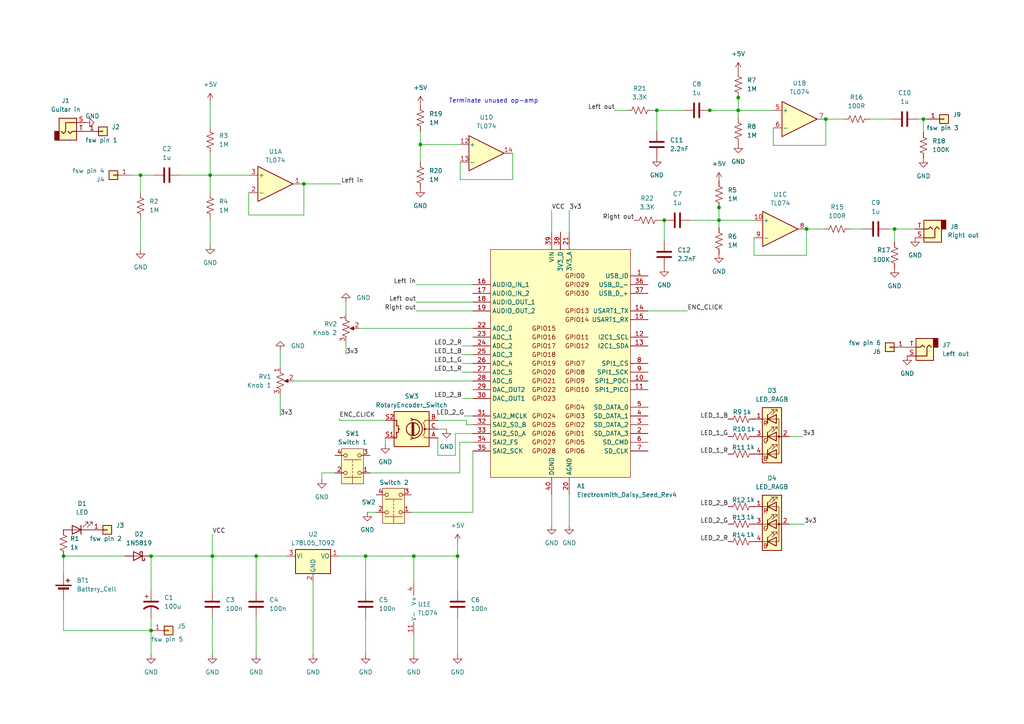
<source format=kicad_sch>
(kicad_sch (version 20231120) (generator "eeschema") (generator_version "8.0")
  (paper "A4")
  (title_block (title "DaisyPdal") (date "2024-04-25") (rev "0.2"))
  (lib_symbols
    (symbol "Amplifier_Operational:TL074" (pin_names (offset 0.127))
      (property "Reference" "U" (at 0 5.08 0))
      (property "Value" "TL074" (at 0 -5.08 0))
      (symbol "TL074_1_1"
        (polyline (pts (xy -5.08 5.08) (xy 5.08 0) (xy -5.08 -5.08) (xy -5.08 5.08)) (stroke (width 0.254)) (fill (type background)))
        (pin output line (at 7.62 0 180) (length 2.54) (name "~") (number "1"))
        (pin input line (at -7.62 -2.54 0) (length 2.54) (name "-") (number "2"))
        (pin input line (at -7.62 2.54 0) (length 2.54) (name "+") (number "3"))
      )
      (symbol "TL074_2_1"
        (polyline (pts (xy -5.08 5.08) (xy 5.08 0) (xy -5.08 -5.08) (xy -5.08 5.08)) (stroke (width 0.254)) (fill (type background)))
        (pin input line (at -7.62 2.54 0) (length 2.54) (name "+") (number "5"))
        (pin input line (at -7.62 -2.54 0) (length 2.54) (name "-") (number "6"))
        (pin output line (at 7.62 0 180) (length 2.54) (name "~") (number "7"))
      )
      (symbol "TL074_3_1"
        (polyline (pts (xy -5.08 5.08) (xy 5.08 0) (xy -5.08 -5.08) (xy -5.08 5.08)) (stroke (width 0.254)) (fill (type background)))
        (pin input line (at -7.62 2.54 0) (length 2.54) (name "+") (number "10"))
        (pin output line (at 7.62 0 180) (length 2.54) (name "~") (number "8"))
        (pin input line (at -7.62 -2.54 0) (length 2.54) (name "-") (number "9"))
      )
      (symbol "TL074_4_1"
        (polyline (pts (xy -5.08 5.08) (xy 5.08 0) (xy -5.08 -5.08) (xy -5.08 5.08)) (stroke (width 0.254)) (fill (type background)))
        (pin input line (at -7.62 2.54 0) (length 2.54) (name "+") (number "12"))
        (pin input line (at -7.62 -2.54 0) (length 2.54) (name "-") (number "13"))
        (pin output line (at 7.62 0 180) (length 2.54) (name "~") (number "14"))
      )
      (symbol "TL074_5_1"
        (pin power_in line (at -2.54 -7.62 90) (length 3.81) (name "V-") (number "11"))
        (pin power_in line (at -2.54 7.62 270) (length 3.81) (name "V+") (number "4"))
      )
    )
    (symbol "Connector_Audio:AudioJack2"
      (property "Reference" "J" (at 0 8.89 0))
      (property "Value" "AudioJack2" (at 0 6.35 0))
      (symbol "AudioJack2_0_1"
        (rectangle (start -3.81 0) (end -2.54 -2.54) (stroke (width 0.254)) (fill (type outline)))
        (rectangle (start -2.54 3.81) (end 2.54 -2.54) (stroke (width 0.254)) (fill (type background)))
        (polyline (pts (xy 0 0) (xy 0.635 -0.635) (xy 1.27 0) (xy 2.54 0)) (stroke (width 0.254)))
        (polyline (pts (xy 2.54 2.54) (xy -0.635 2.54) (xy -0.635 0) (xy -1.27 -0.635) (xy -1.905 0)) (stroke (width 0.254)))
      )
      (symbol "AudioJack2_1_1"
        (pin passive line (at 5.08 2.54 180) (length 2.54) (name "~") (number "S"))
        (pin passive line (at 5.08 0 180) (length 2.54) (name "~") (number "T"))
      )
    )
    (symbol "Connector_Generic:Conn_01x01" (pin_names (offset 1.016) hide)
      (property "Reference" "J" (at 0 2.54 0))
      (property "Value" "Conn_01x01" (at 0 -2.54 0))
      (symbol "Conn_01x01_1_1"
        (rectangle (start -1.27 0.127) (end 0 -0.127) (stroke (width 0.1524)))
        (rectangle (start -1.27 1.27) (end 1.27 -1.27) (stroke (width 0.254)) (fill (type background)))
        (pin passive line (at -5.08 0 0) (length 3.81) (name "Pin_1") (number "1"))
      )
    )
    (symbol "Device:Battery_Cell" (pin_numbers hide) (pin_names (offset 0) hide)
      (property "Reference" "BT" (at 2.54 2.54 0))
      (property "Value" "Battery_Cell" (at 2.54 0 0))
      (symbol "Battery_Cell_0_1"
        (rectangle (start -2.286 1.778) (end 2.286 1.524) (fill (type outline)))
        (rectangle (start -1.524 1.016) (end 1.524 0.508) (fill (type outline)))
        (polyline (pts (xy 0 0.762) (xy 0 0)))
        (polyline (pts (xy 0 1.778) (xy 0 2.54)))
        (polyline (pts (xy 0.762 3.048) (xy 1.778 3.048)) (stroke (width 0.254)))
        (polyline (pts (xy 1.27 3.556) (xy 1.27 2.54)) (stroke (width 0.254)))
      )
      (symbol "Battery_Cell_1_1"
        (pin passive line (at 0 5.08 270) (length 2.54) (name "+") (number "1"))
        (pin passive line (at 0 -2.54 90) (length 2.54) (name "-") (number "2"))
      )
    )
    (symbol "Device:C" (pin_numbers hide) (pin_names (offset 0.254))
      (property "Reference" "C" (at 0.635 2.54 0))
      (property "Value" "C" (at 0.635 -2.54 0))
      (symbol "C_0_1"
        (polyline (pts (xy -2.032 -0.762) (xy 2.032 -0.762)) (stroke (width 0.508)))
        (polyline (pts (xy -2.032 0.762) (xy 2.032 0.762)) (stroke (width 0.508)))
      )
      (symbol "C_1_1"
        (pin passive line (at 0 3.81 270) (length 2.794) (name "~") (number "1"))
        (pin passive line (at 0 -3.81 90) (length 2.794) (name "~") (number "2"))
      )
    )
    (symbol "Device:C_Polarized_US" (pin_numbers hide) (pin_names (offset 0.254) hide)
      (property "Reference" "C" (at 0.635 2.54 0))
      (property "Value" "C_Polarized_US" (at 0.635 -2.54 0))
      (symbol "C_Polarized_US_0_1"
        (polyline (pts (xy -2.032 0.762) (xy 2.032 0.762)) (stroke (width 0.508)))
        (polyline (pts (xy -1.778 2.286) (xy -0.762 2.286)))
        (polyline (pts (xy -1.27 1.778) (xy -1.27 2.794)))
        (arc (start 2.032 -1.27) (mid 0 -0.5572) (end -2.032 -1.27) (stroke (width 0.508)))
      )
      (symbol "C_Polarized_US_1_1"
        (pin passive line (at 0 3.81 270) (length 2.794) (name "~") (number "1"))
        (pin passive line (at 0 -3.81 90) (length 3.302) (name "~") (number "2"))
      )
    )
    (symbol "Device:LED" (pin_numbers hide) (pin_names (offset 1.016) hide)
      (property "Reference" "D" (at 0 2.54 0))
      (property "Value" "LED" (at 0 -2.54 0))
      (symbol "LED_0_1"
        (polyline (pts (xy -1.27 -1.27) (xy -1.27 1.27)) (stroke (width 0.254)))
        (polyline (pts (xy -1.27 0) (xy 1.27 0)))
        (polyline (pts (xy 1.27 -1.27) (xy 1.27 1.27) (xy -1.27 0) (xy 1.27 -1.27)) (stroke (width 0.254)))
        (polyline (pts (xy -3.048 -0.762) (xy -4.572 -2.286) (xy -3.81 -2.286) (xy -4.572 -2.286) (xy -4.572 -1.524)))
        (polyline (pts (xy -1.778 -0.762) (xy -3.302 -2.286) (xy -2.54 -2.286) (xy -3.302 -2.286) (xy -3.302 -1.524)))
      )
      (symbol "LED_1_1"
        (pin passive line (at -3.81 0 0) (length 2.54) (name "K") (number "1"))
        (pin passive line (at 3.81 0 180) (length 2.54) (name "A") (number "2"))
      )
    )
    (symbol "Device:LED_RAGB" (pin_names (offset 0) hide)
      (property "Reference" "D" (at 0 9.398 0))
      (property "Value" "LED_RAGB" (at 0 -8.89 0))
      (symbol "LED_RAGB_0_0"
        (text "B" (at -1.905 -6.35 0) (effects (font (size 1.27 1.27))))
        (text "G" (at -1.905 -1.27 0) (effects (font (size 1.27 1.27))))
        (text "R" (at -1.905 3.81 0) (effects (font (size 1.27 1.27))))
      )
      (symbol "LED_RAGB_0_1"
        (polyline (pts (xy -1.27 -5.08) (xy -2.54 -5.08)))
        (polyline (pts (xy -1.27 -5.08) (xy 1.27 -5.08)))
        (polyline (pts (xy -1.27 -3.81) (xy -1.27 -6.35)) (stroke (width 0.254)))
        (polyline (pts (xy -1.27 0) (xy -2.54 0)))
        (polyline (pts (xy -1.27 1.27) (xy -1.27 -1.27)) (stroke (width 0.254)))
        (polyline (pts (xy -1.27 5.08) (xy -2.54 5.08)))
        (polyline (pts (xy -1.27 5.08) (xy 1.27 5.08)))
        (polyline (pts (xy -1.27 6.35) (xy -1.27 3.81)) (stroke (width 0.254)))
        (polyline (pts (xy 1.27 0) (xy -1.27 0)))
        (polyline (pts (xy 1.27 0) (xy 2.54 0)))
        (polyline (pts (xy -1.27 1.27) (xy -1.27 -1.27) (xy -1.27 -1.27)))
        (polyline (pts (xy -1.27 6.35) (xy -1.27 3.81) (xy -1.27 3.81)))
        (polyline (pts (xy 1.27 -5.08) (xy 2.032 -5.08) (xy 2.032 5.08) (xy 1.27 5.08)))
        (polyline (pts (xy 1.27 -3.81) (xy 1.27 -6.35) (xy -1.27 -5.08) (xy 1.27 -3.81)) (stroke (width 0.254)))
        (polyline (pts (xy 1.27 1.27) (xy 1.27 -1.27) (xy -1.27 0) (xy 1.27 1.27)) (stroke (width 0.254)))
        (polyline (pts (xy 1.27 6.35) (xy 1.27 3.81) (xy -1.27 5.08) (xy 1.27 6.35)) (stroke (width 0.254)))
        (polyline (pts (xy -1.016 -3.81) (xy 0.508 -2.286) (xy -0.254 -2.286) (xy 0.508 -2.286) (xy 0.508 -3.048)))
        (polyline (pts (xy -1.016 1.27) (xy 0.508 2.794) (xy -0.254 2.794) (xy 0.508 2.794) (xy 0.508 2.032)))
        (polyline (pts (xy -1.016 6.35) (xy 0.508 7.874) (xy -0.254 7.874) (xy 0.508 7.874) (xy 0.508 7.112)))
        (polyline (pts (xy 0 -3.81) (xy 1.524 -2.286) (xy 0.762 -2.286) (xy 1.524 -2.286) (xy 1.524 -3.048)))
        (polyline (pts (xy 0 1.27) (xy 1.524 2.794) (xy 0.762 2.794) (xy 1.524 2.794) (xy 1.524 2.032)))
        (polyline (pts (xy 0 6.35) (xy 1.524 7.874) (xy 0.762 7.874) (xy 1.524 7.874) (xy 1.524 7.112)))
        (rectangle (start 1.27 -1.27) (end 1.27 1.27))
        (rectangle (start 1.27 1.27) (end 1.27 1.27))
        (rectangle (start 1.27 3.81) (end 1.27 6.35))
        (rectangle (start 1.27 6.35) (end 1.27 6.35))
        (circle (center 2.032 0) (radius 0.254) (fill (type outline)))
        (rectangle (start 2.794 8.382) (end -2.794 -7.62) (stroke (width 0.254)) (fill (type background)))
      )
      (symbol "LED_RAGB_1_1"
        (pin passive line (at -5.08 5.08 0) (length 2.54) (name "RK") (number "1"))
        (pin passive line (at 5.08 0 180) (length 2.54) (name "A") (number "2"))
        (pin passive line (at -5.08 0 0) (length 2.54) (name "GK") (number "3"))
        (pin passive line (at -5.08 -5.08 0) (length 2.54) (name "BK") (number "4"))
      )
    )
    (symbol "Device:R_Potentiometer_US" (pin_names (offset 1.016) hide)
      (property "Reference" "RV" (at -4.445 0 90))
      (property "Value" "R_Potentiometer_US" (at -2.54 0 90))
      (symbol "R_Potentiometer_US_0_1"
        (polyline (pts (xy 0 -2.286) (xy 0 -2.54)))
        (polyline (pts (xy 0 2.54) (xy 0 2.286)))
        (polyline (pts (xy 2.54 0) (xy 1.524 0)))
        (polyline (pts (xy 1.143 0) (xy 2.286 0.508) (xy 2.286 -0.508) (xy 1.143 0)) (fill (type outline)))
        (polyline (pts (xy 0 -0.762) (xy 1.016 -1.143) (xy 0 -1.524) (xy -1.016 -1.905) (xy 0 -2.286)))
        (polyline (pts (xy 0 0.762) (xy 1.016 0.381) (xy 0 0) (xy -1.016 -0.381) (xy 0 -0.762)))
        (polyline (pts (xy 0 2.286) (xy 1.016 1.905) (xy 0 1.524) (xy -1.016 1.143) (xy 0 0.762)))
      )
      (symbol "R_Potentiometer_US_1_1"
        (pin passive line (at 0 3.81 270) (length 1.27) (name "1") (number "1"))
        (pin passive line (at 3.81 0 180) (length 1.27) (name "2") (number "2"))
        (pin passive line (at 0 -3.81 90) (length 1.27) (name "3") (number "3"))
      )
    )
    (symbol "Device:R_US" (pin_numbers hide) (pin_names (offset 0))
      (property "Reference" "R" (at 2.54 0 90))
      (property "Value" "R_US" (at -2.54 0 90))
      (symbol "R_US_0_1"
        (polyline (pts (xy 0 -2.286) (xy 0 -2.54)))
        (polyline (pts (xy 0 2.286) (xy 0 2.54)))
        (polyline (pts (xy 0 -0.762) (xy 1.016 -1.143) (xy 0 -1.524) (xy -1.016 -1.905) (xy 0 -2.286)))
        (polyline (pts (xy 0 0.762) (xy 1.016 0.381) (xy 0 0) (xy -1.016 -0.381) (xy 0 -0.762)))
        (polyline (pts (xy 0 2.286) (xy 1.016 1.905) (xy 0 1.524) (xy -1.016 1.143) (xy 0 0.762)))
      )
      (symbol "R_US_1_1"
        (pin passive line (at 0 3.81 270) (length 1.27) (name "~") (number "1"))
        (pin passive line (at 0 -3.81 90) (length 1.27) (name "~") (number "2"))
      )
    )
    (symbol "Device:RotaryEncoder_Switch" (pin_names (offset 0.254) hide)
      (property "Reference" "SW" (at 0 6.604 0))
      (property "Value" "RotaryEncoder_Switch" (at 0 -6.604 0))
      (symbol "RotaryEncoder_Switch_0_1"
        (rectangle (start -5.08 5.08) (end 5.08 -5.08) (stroke (width 0.254)) (fill (type background)))
        (circle (center -3.81 0) (radius 0.254) (fill (type outline)))
        (circle (center -0.381 0) (radius 1.905) (stroke (width 0.254)))
        (arc (start -0.381 2.667) (mid -3.0988 -0.0635) (end -0.381 -2.794) (stroke (width 0.254)))
        (polyline (pts (xy -0.635 -1.778) (xy -0.635 1.778)) (stroke (width 0.254)))
        (polyline (pts (xy -0.381 -1.778) (xy -0.381 1.778)) (stroke (width 0.254)))
        (polyline (pts (xy -0.127 1.778) (xy -0.127 -1.778)) (stroke (width 0.254)))
        (polyline (pts (xy 3.81 0) (xy 3.429 0)) (stroke (width 0.254)))
        (polyline (pts (xy 3.81 1.016) (xy 3.81 -1.016)) (stroke (width 0.254)))
        (polyline (pts (xy -5.08 -2.54) (xy -3.81 -2.54) (xy -3.81 -2.032)))
        (polyline (pts (xy -5.08 2.54) (xy -3.81 2.54) (xy -3.81 2.032)))
        (polyline (pts (xy 0.254 -3.048) (xy -0.508 -2.794) (xy 0.127 -2.413)) (stroke (width 0.254)))
        (polyline (pts (xy 0.254 2.921) (xy -0.508 2.667) (xy 0.127 2.286)) (stroke (width 0.254)))
        (polyline (pts (xy 5.08 -2.54) (xy 4.318 -2.54) (xy 4.318 -1.016)) (stroke (width 0.254)))
        (polyline (pts (xy 5.08 2.54) (xy 4.318 2.54) (xy 4.318 1.016)) (stroke (width 0.254)))
        (polyline (pts (xy -5.08 0) (xy -3.81 0) (xy -3.81 -1.016) (xy -3.302 -2.032)))
        (polyline (pts (xy -4.318 0) (xy -3.81 0) (xy -3.81 1.016) (xy -3.302 2.032)))
        (circle (center 4.318 -1.016) (radius 0.127) (stroke (width 0.254)))
        (circle (center 4.318 1.016) (radius 0.127) (stroke (width 0.254)))
      )
      (symbol "RotaryEncoder_Switch_1_1"
        (pin passive line (at -7.62 2.54 0) (length 2.54) (name "A") (number "A"))
        (pin passive line (at -7.62 -2.54 0) (length 2.54) (name "B") (number "B"))
        (pin passive line (at -7.62 0 0) (length 2.54) (name "C") (number "C"))
        (pin passive line (at 7.62 2.54 180) (length 2.54) (name "S1") (number "S1"))
        (pin passive line (at 7.62 -2.54 180) (length 2.54) (name "S2") (number "S2"))
      )
    )
    (symbol "Diode:1N5819" (pin_numbers hide) (pin_names (offset 1.016) hide)
      (property "Reference" "D" (at 0 2.54 0))
      (property "Value" "1N5819" (at 0 -2.54 0))
      (symbol "1N5819_0_1"
        (polyline (pts (xy 1.27 0) (xy -1.27 0)))
        (polyline (pts (xy 1.27 1.27) (xy 1.27 -1.27) (xy -1.27 0) (xy 1.27 1.27)) (stroke (width 0.254)))
        (polyline (pts (xy -1.905 0.635) (xy -1.905 1.27) (xy -1.27 1.27) (xy -1.27 -1.27) (xy -0.635 -1.27) (xy -0.635 -0.635)) (stroke (width 0.254)))
      )
      (symbol "1N5819_1_1"
        (pin passive line (at -3.81 0 0) (length 2.54) (name "K") (number "1"))
        (pin passive line (at 3.81 0 180) (length 2.54) (name "A") (number "2"))
      )
    )
    (symbol "MCU_Module:Electrosmith_Daisy_Seed_Rev4"
      (property "Reference" "A" (at -20.32 34.29 0))
      (property "Value" "Electrosmith_Daisy_Seed_Rev4" (at 33.02 34.29 0))
      (symbol "Electrosmith_Daisy_Seed_Rev4_0_0"
        (text "GPIO0" (at 1.27 25.4 0) (effects (font (size 1.27 1.27)) (justify left)))
        (text "GPIO1" (at 1.27 -20.32 0) (effects (font (size 1.27 1.27)) (justify left)))
        (text "GPIO10" (at 1.27 -7.62 0) (effects (font (size 1.27 1.27)) (justify left)))
        (text "GPIO11" (at 1.27 7.62 0) (effects (font (size 1.27 1.27)) (justify left)))
        (text "GPIO12" (at 1.27 5.08 0) (effects (font (size 1.27 1.27)) (justify left)))
        (text "GPIO13" (at 1.27 15.24 0) (effects (font (size 1.27 1.27)) (justify left)))
        (text "GPIO14" (at 1.27 12.7 0) (effects (font (size 1.27 1.27)) (justify left)))
        (text "GPIO15" (at -1.27 10.16 0) (effects (font (size 1.27 1.27)) (justify right)))
        (text "GPIO16" (at -1.27 7.62 0) (effects (font (size 1.27 1.27)) (justify right)))
        (text "GPIO17" (at -1.27 5.08 0) (effects (font (size 1.27 1.27)) (justify right)))
        (text "GPIO18" (at -1.27 2.54 0) (effects (font (size 1.27 1.27)) (justify right)))
        (text "GPIO19" (at -1.27 0 0) (effects (font (size 1.27 1.27)) (justify right)))
        (text "GPIO2" (at 1.27 -17.78 0) (effects (font (size 1.27 1.27)) (justify left)))
        (text "GPIO20" (at -1.27 -2.54 0) (effects (font (size 1.27 1.27)) (justify right)))
        (text "GPIO21" (at -1.27 -5.08 0) (effects (font (size 1.27 1.27)) (justify right)))
        (text "GPIO22" (at -1.27 -7.62 0) (effects (font (size 1.27 1.27)) (justify right)))
        (text "GPIO23" (at -1.27 -10.16 0) (effects (font (size 1.27 1.27)) (justify right)))
        (text "GPIO24" (at -1.27 -15.24 0) (effects (font (size 1.27 1.27)) (justify right)))
        (text "GPIO25" (at -1.27 -17.78 0) (effects (font (size 1.27 1.27)) (justify right)))
        (text "GPIO26" (at -1.27 -20.32 0) (effects (font (size 1.27 1.27)) (justify right)))
        (text "GPIO27" (at -1.27 -22.86 0) (effects (font (size 1.27 1.27)) (justify right)))
        (text "GPIO28" (at -1.27 -25.4 0) (effects (font (size 1.27 1.27)) (justify right)))
        (text "GPIO29" (at 1.27 22.86 0) (effects (font (size 1.27 1.27)) (justify left)))
        (text "GPIO3" (at 1.27 -15.24 0) (effects (font (size 1.27 1.27)) (justify left)))
        (text "GPIO30" (at 1.27 20.32 0) (effects (font (size 1.27 1.27)) (justify left)))
        (text "GPIO4" (at 1.27 -12.7 0) (effects (font (size 1.27 1.27)) (justify left)))
        (text "GPIO5" (at 1.27 -22.86 0) (effects (font (size 1.27 1.27)) (justify left)))
        (text "GPIO6" (at 1.27 -25.4 0) (effects (font (size 1.27 1.27)) (justify left)))
        (text "GPIO7" (at 1.27 0 0) (effects (font (size 1.27 1.27)) (justify left)))
        (text "GPIO8" (at 1.27 -2.54 0) (effects (font (size 1.27 1.27)) (justify left)))
        (text "GPIO9" (at 1.27 -5.08 0) (effects (font (size 1.27 1.27)) (justify left)))
        (pin bidirectional line (at 25.4 25.4 180) (length 5.08) (name "USB_ID") (number "1"))
        (pin bidirectional line (at 25.4 -5.08 180) (length 5.08) (name "SPI1_POCI") (number "10"))
        (pin bidirectional line (at 25.4 -7.62 180) (length 5.08) (name "SPI1_PICO") (number "11"))
        (pin bidirectional line (at 25.4 7.62 180) (length 5.08) (name "I2C1_SCL") (number "12"))
        (pin bidirectional line (at 25.4 5.08 180) (length 5.08) (name "I2C1_SDA") (number "13"))
        (pin bidirectional line (at 25.4 15.24 180) (length 5.08) (name "USART1_TX") (number "14"))
        (pin bidirectional line (at 25.4 12.7 180) (length 5.08) (name "USART1_RX") (number "15"))
        (pin input line (at -25.4 22.86 0) (length 5.08) (name "AUDIO_IN_1") (number "16"))
        (pin input line (at -25.4 20.32 0) (length 5.08) (name "AUDIO_IN_2") (number "17"))
        (pin output line (at -25.4 17.78 0) (length 5.08) (name "AUDIO_OUT_1") (number "18"))
        (pin output line (at -25.4 15.24 0) (length 5.08) (name "AUDIO_OUT_2") (number "19"))
        (pin bidirectional line (at 25.4 -20.32 180) (length 5.08) (name "SD_DATA_3") (number "2"))
        (pin power_in line (at 2.54 -38.1 90) (length 5.08) (name "AGND") (number "20"))
        (pin power_out line (at 2.54 38.1 270) (length 5.08) (name "3V3_A") (number "21"))
        (pin bidirectional line (at -25.4 10.16 0) (length 5.08) (name "ADC_0") (number "22"))
        (pin bidirectional line (at -25.4 7.62 0) (length 5.08) (name "ADC_1") (number "23"))
        (pin bidirectional line (at -25.4 5.08 0) (length 5.08) (name "ADC_2") (number "24"))
        (pin bidirectional line (at -25.4 2.54 0) (length 5.08) (name "ADC_3") (number "25"))
        (pin bidirectional line (at -25.4 0 0) (length 5.08) (name "ADC_4") (number "26"))
        (pin bidirectional line (at -25.4 -2.54 0) (length 5.08) (name "ADC_5") (number "27"))
        (pin bidirectional line (at -25.4 -5.08 0) (length 5.08) (name "ADC_6") (number "28"))
        (pin bidirectional line (at -25.4 -7.62 0) (length 5.08) (name "DAC_OUT2") (number "29"))
        (pin bidirectional line (at 25.4 -17.78 180) (length 5.08) (name "SD_DATA_2") (number "3"))
        (pin bidirectional line (at -25.4 -10.16 0) (length 5.08) (name "DAC_OUT1") (number "30"))
        (pin bidirectional line (at -25.4 -15.24 0) (length 5.08) (name "SAI2_MCLK") (number "31"))
        (pin bidirectional line (at -25.4 -17.78 0) (length 5.08) (name "SAI2_SD_B") (number "32"))
        (pin bidirectional line (at -25.4 -20.32 0) (length 5.08) (name "SAI2_SD_A") (number "33"))
        (pin bidirectional line (at -25.4 -22.86 0) (length 5.08) (name "SAI2_FS") (number "34"))
        (pin bidirectional line (at -25.4 -25.4 0) (length 5.08) (name "SAI2_SCK") (number "35"))
        (pin bidirectional line (at 25.4 22.86 180) (length 5.08) (name "USB_D_-") (number "36"))
        (pin bidirectional line (at 25.4 20.32 180) (length 5.08) (name "USB_D_+") (number "37"))
        (pin power_out line (at 0 38.1 270) (length 5.08) (name "3V3_D") (number "38"))
        (pin power_in line (at -2.54 38.1 270) (length 5.08) (name "VIN") (number "39"))
        (pin bidirectional line (at 25.4 -15.24 180) (length 5.08) (name "SD_DATA_1") (number "4"))
        (pin power_in line (at -2.54 -38.1 90) (length 5.08) (name "DGND") (number "40"))
        (pin bidirectional line (at 25.4 -12.7 180) (length 5.08) (name "SD_DATA_0") (number "5"))
        (pin bidirectional line (at 25.4 -22.86 180) (length 5.08) (name "SD_CMD") (number "6"))
        (pin bidirectional line (at 25.4 -25.4 180) (length 5.08) (name "SD_CLK") (number "7"))
        (pin bidirectional line (at 25.4 0 180) (length 5.08) (name "SPI1_CS") (number "8"))
        (pin bidirectional line (at 25.4 -2.54 180) (length 5.08) (name "SPI1_SCK") (number "9"))
      )
      (symbol "Electrosmith_Daisy_Seed_Rev4_0_1"
        (rectangle (start -20.32 33.02) (end 20.32 -33.02) (fill (type background)))
      )
    )
    (symbol "Regulator_Linear:L78L05_TO92" (pin_names (offset 0.254))
      (property "Reference" "U" (at -3.81 3.175 0))
      (property "Value" "L78L05_TO92" (at 0 3.175 0))
      (symbol "L78L05_TO92_0_1"
        (rectangle (start -5.08 -5.08) (end 5.08 1.905) (stroke (width 0.254)) (fill (type background)))
      )
      (symbol "L78L05_TO92_1_1"
        (pin power_out line (at 7.62 0 180) (length 2.54) (name "VO") (number "1"))
        (pin power_in line (at 0 -7.62 90) (length 2.54) (name "GND") (number "2"))
        (pin power_in line (at -7.62 0 0) (length 2.54) (name "VI") (number "3"))
      )
    )
    (symbol "Switch:SW_Push_Dual" (pin_names (offset 1.016) hide)
      (property "Reference" "SW" (at 0 7.62 0))
      (property "Value" "SW_Push_Dual" (at 0 -6.35 0))
      (symbol "SW_Push_Dual_0_1"
        (circle (center -2.032 -2.54) (radius 0.508))
        (circle (center -2.032 2.54) (radius 0.508))
        (polyline (pts (xy 0 -0.508) (xy 0 -1.016)))
        (polyline (pts (xy 0 0.508) (xy 0 0)))
        (polyline (pts (xy 0 1.016) (xy 0 1.524)))
        (polyline (pts (xy 0 2.032) (xy 0 2.54)))
        (polyline (pts (xy 0 3.048) (xy 0 3.556)))
        (polyline (pts (xy 0 3.81) (xy 0 5.588)))
        (polyline (pts (xy 2.54 -1.27) (xy -2.54 -1.27)))
        (polyline (pts (xy 2.54 3.81) (xy -2.54 3.81)))
        (circle (center 2.032 -2.54) (radius 0.508))
        (circle (center 2.032 2.54) (radius 0.508))
        (pin passive line (at -5.08 2.54 0) (length 2.54) (name "1") (number "1"))
        (pin passive line (at 5.08 2.54 180) (length 2.54) (name "2") (number "2"))
        (pin passive line (at -5.08 -2.54 0) (length 2.54) (name "3") (number "3"))
        (pin passive line (at 5.08 -2.54 180) (length 2.54) (name "4") (number "4"))
      )
      (symbol "SW_Push_Dual_1_1"
        (rectangle (start -3.175 5.715) (end 3.175 -4.445) (fill (type background)))
      )
    )
    (symbol "power:+5V" (power) (pin_names (offset 0))
      (property "Value" "+5V" (at 0 3.556 0))
      (symbol "+5V_0_1"
        (polyline (pts (xy -0.762 1.27) (xy 0 2.54)))
        (polyline (pts (xy 0 0) (xy 0 2.54)))
        (polyline (pts (xy 0 2.54) (xy 0.762 1.27)))
      )
      (symbol "+5V_1_1"
        (pin power_in line (at 0 0 90) (length 0) hide (name "+5V") (number "1"))
      )
    )
    (symbol "power:GND" (power) (pin_names (offset 0))
      (property "Value" "GND" (at 0 -3.81 0))
      (symbol "GND_0_1"
        (polyline (pts (xy 0 0) (xy 0 -1.27) (xy 1.27 -1.27) (xy 0 -2.54) (xy -1.27 -1.27) (xy 0 -1.27)))
      )
      (symbol "GND_1_1"
        (pin power_in line (at 0 0 270) (length 0) hide (name "GND") (number "1"))
      )
    )
  )
  (junction (at 259.461 66.421))
  (junction (at 121.92 41.91))
  (junction (at 205.867 32.004))
  (junction (at 239.522 34.544))
  (junction (at 214.122 28.321))
  (junction (at 88.138 53.34))
  (junction (at 208.534 60.198))
  (junction (at 60.96 50.8))
  (junction (at 214.122 32.004))
  (junction (at 43.815 161.29))
  (junction (at 18.415 161.29))
  (junction (at 208.534 63.881))
  (junction (at 61.595 161.29))
  (junction (at 267.843 34.544))
  (junction (at 132.715 161.29))
  (junction (at 233.934 66.421))
  (junction (at 106.045 161.29))
  (junction (at 74.295 161.29))
  (junction (at 192.659 63.881))
  (junction (at 40.767 50.8))
  (junction (at 43.815 182.88))
  (junction (at 120.015 161.29))
  (junction (at 190.5 32.004))
  (wire (pts (xy 224.282 42.164) (xy 224.282 37.084)))
  (wire (pts (xy 214.122 28.321) (xy 214.122 32.004)))
  (wire (pts (xy 133.985 105.41) (xy 137.16 105.41)))
  (wire (pts (xy 88.138 62.357) (xy 72.136 62.357)))
  (wire (pts (xy 239.522 34.544) (xy 244.602 34.544)))
  (wire (pts (xy 178.181 32.004) (xy 181.737 32.004)))
  (wire (pts (xy 252.222 34.544) (xy 258.572 34.544)))
  (wire (pts (xy 120.015 161.29) (xy 132.715 161.29)))
  (wire (pts (xy 137.16 148.59) (xy 119.253 148.59)))
  (wire (pts (xy 137.16 128.27) (xy 133.35 128.27)))
  (wire (pts (xy 133.985 107.95) (xy 137.16 107.95)))
  (wire (pts (xy 208.534 63.881) (xy 218.694 63.881)))
  (wire (pts (xy 127 127) (xy 127 132.08)))
  (wire (pts (xy 18.415 182.88) (xy 43.815 182.88)))
  (wire (pts (xy 132.715 157.48) (xy 132.715 161.29)))
  (wire (pts (xy 98.425 121.285) (xy 98.425 121.92)))
  (wire (pts (xy 200.279 63.881) (xy 208.534 63.881)))
  (wire (pts (xy 228.981 126.619) (xy 232.791 126.619)))
  (wire (pts (xy 205.867 32.004) (xy 214.122 32.004)))
  (wire (pts (xy 191.516 63.881) (xy 192.659 63.881)))
  (wire (pts (xy 18.415 166.37) (xy 18.415 161.29)))
  (wire (pts (xy 133.985 100.33) (xy 137.16 100.33)))
  (wire (pts (xy 189.357 32.004) (xy 190.5 32.004)))
  (wire (pts (xy 214.122 32.004) (xy 214.122 34.163)))
  (wire (pts (xy 208.534 60.198) (xy 208.534 63.881)))
  (wire (pts (xy 43.815 179.07) (xy 43.815 182.88)))
  (wire (pts (xy 87.503 53.34) (xy 88.138 53.34)))
  (wire (pts (xy 72.263 50.8) (xy 60.96 50.8)))
  (wire (pts (xy 133.477 46.99) (xy 133.477 52.07)))
  (wire (pts (xy 233.934 66.421) (xy 233.934 74.041)))
  (wire (pts (xy 98.425 161.29) (xy 106.045 161.29)))
  (wire (pts (xy 52.197 50.8) (xy 60.96 50.8)))
  (wire (pts (xy 160.02 60.96) (xy 160.02 67.31)))
  (wire (pts (xy 72.136 55.88) (xy 72.263 55.88)))
  (wire (pts (xy 190.5 32.004) (xy 190.5 38.1)))
  (wire (pts (xy 127 121.92) (xy 135.255 121.92)))
  (wire (pts (xy 43.815 182.88) (xy 43.815 189.865)))
  (wire (pts (xy 61.595 179.07) (xy 61.595 189.865)))
  (wire (pts (xy 85.09 110.49) (xy 137.16 110.49)))
  (wire (pts (xy 132.08 125.73) (xy 137.16 125.73)))
  (wire (pts (xy 81.28 114.3) (xy 81.28 120.65)))
  (wire (pts (xy 106.553 148.59) (xy 109.093 148.59)))
  (wire (pts (xy 190.5 32.004) (xy 198.247 32.004)))
  (wire (pts (xy 100.33 87.63) (xy 100.33 91.44)))
  (wire (pts (xy 104.14 95.25) (xy 137.16 95.25)))
  (wire (pts (xy 90.805 168.91) (xy 90.805 189.865)))
  (wire (pts (xy 205.232 32.004) (xy 205.867 32.004)))
  (wire (pts (xy 228.981 152.019) (xy 233.299 152.019)))
  (wire (pts (xy 61.595 161.29) (xy 74.295 161.29)))
  (wire (pts (xy 214.122 32.004) (xy 224.282 32.004)))
  (wire (pts (xy 192.659 63.881) (xy 192.659 69.977)))
  (wire (pts (xy 135.255 123.19) (xy 135.255 121.92)))
  (wire (pts (xy 43.815 161.29) (xy 61.595 161.29)))
  (wire (pts (xy 111.76 127) (xy 111.76 128.905)))
  (wire (pts (xy 187.96 90.17) (xy 199.39 90.17)))
  (wire (pts (xy 61.595 161.29) (xy 61.595 171.45)))
  (wire (pts (xy 132.715 179.07) (xy 132.715 189.865)))
  (wire (pts (xy 121.92 38.1) (xy 121.92 41.91)))
  (wire (pts (xy 267.843 38.354) (xy 267.843 34.544)))
  (wire (pts (xy 120.65 90.17) (xy 137.16 90.17)))
  (wire (pts (xy 239.522 34.544) (xy 239.522 42.164)))
  (wire (pts (xy 18.415 173.99) (xy 18.415 182.88)))
  (wire (pts (xy 132.08 125.73) (xy 132.08 132.08)))
  (wire (pts (xy 246.634 66.421) (xy 250.19 66.421)))
  (wire (pts (xy 132.715 161.29) (xy 132.715 171.45)))
  (wire (pts (xy 133.985 102.87) (xy 137.16 102.87)))
  (wire (pts (xy 60.96 50.8) (xy 60.96 55.88)))
  (wire (pts (xy 133.477 41.91) (xy 121.92 41.91)))
  (wire (pts (xy 160.02 143.51) (xy 160.02 152.4)))
  (wire (pts (xy 37.973 50.8) (xy 40.767 50.8)))
  (wire (pts (xy 107.315 137.16) (xy 133.35 137.16)))
  (wire (pts (xy 43.815 161.29) (xy 43.815 171.45)))
  (wire (pts (xy 81.28 101.6) (xy 81.28 106.68)))
  (wire (pts (xy 133.477 52.07) (xy 148.717 52.07)))
  (wire (pts (xy 266.192 34.544) (xy 267.843 34.544)))
  (wire (pts (xy 60.96 44.45) (xy 60.96 50.8)))
  (wire (pts (xy 208.534 60.071) (xy 208.534 60.198)))
  (wire (pts (xy 74.295 179.07) (xy 74.295 189.865)))
  (wire (pts (xy 165.1 143.51) (xy 165.1 152.4)))
  (wire (pts (xy 120.65 87.63) (xy 137.16 87.63)))
  (wire (pts (xy 40.767 63.5) (xy 40.767 72.39)))
  (wire (pts (xy 218.694 74.041) (xy 218.694 68.961)))
  (wire (pts (xy 259.461 66.421) (xy 265.43 66.421)))
  (wire (pts (xy 111.76 121.92) (xy 98.425 121.92)))
  (wire (pts (xy 74.295 161.29) (xy 83.185 161.29)))
  (wire (pts (xy 132.08 132.08) (xy 127 132.08)))
  (wire (pts (xy 60.96 63.5) (xy 60.96 71.12)))
  (wire (pts (xy 88.138 53.34) (xy 98.933 53.34)))
  (wire (pts (xy 165.1 60.96) (xy 165.1 67.31)))
  (wire (pts (xy 127 124.46) (xy 129.54 124.46)))
  (wire (pts (xy 61.595 154.94) (xy 61.595 161.29)))
  (wire (pts (xy 239.522 42.164) (xy 224.282 42.164)))
  (wire (pts (xy 133.35 128.27) (xy 133.35 137.16)))
  (wire (pts (xy 88.138 53.34) (xy 88.138 62.357)))
  (wire (pts (xy 40.767 50.8) (xy 40.767 55.88)))
  (wire (pts (xy 120.65 82.55) (xy 137.16 82.55)))
  (wire (pts (xy 120.015 184.15) (xy 120.015 189.865)))
  (wire (pts (xy 137.16 130.81) (xy 137.16 148.59)))
  (wire (pts (xy 72.136 62.357) (xy 72.136 55.88)))
  (wire (pts (xy 106.045 161.29) (xy 106.045 171.45)))
  (wire (pts (xy 133.985 115.57) (xy 137.16 115.57)))
  (wire (pts (xy 267.843 34.544) (xy 268.732 34.544)))
  (wire (pts (xy 40.767 50.8) (xy 44.577 50.8)))
  (wire (pts (xy 120.015 161.29) (xy 120.015 168.91)))
  (wire (pts (xy 257.81 66.421) (xy 259.461 66.421)))
  (wire (pts (xy 233.934 74.041) (xy 218.694 74.041)))
  (wire (pts (xy 106.045 161.29) (xy 120.015 161.29)))
  (wire (pts (xy 100.33 99.06) (xy 100.33 102.87)))
  (wire (pts (xy 121.92 41.91) (xy 121.92 46.99)))
  (wire (pts (xy 259.461 70.231) (xy 259.461 66.421)))
  (wire (pts (xy 208.534 63.881) (xy 208.534 66.04)))
  (wire (pts (xy 60.96 29.591) (xy 60.96 36.83)))
  (wire (pts (xy 137.16 123.19) (xy 135.255 123.19)))
  (wire (pts (xy 106.045 179.07) (xy 106.045 189.865)))
  (wire (pts (xy 214.122 28.194) (xy 214.122 28.321)))
  (wire (pts (xy 233.934 66.421) (xy 239.014 66.421)))
  (wire (pts (xy 134.62 120.65) (xy 137.16 120.65)))
  (wire (pts (xy 97.155 137.16) (xy 93.345 137.16)))
  (wire (pts (xy 93.345 137.16) (xy 93.345 139.065)))
  (wire (pts (xy 74.295 161.29) (xy 74.295 171.45)))
  (wire (pts (xy 18.415 161.29) (xy 36.195 161.29)))
  (wire (pts (xy 148.717 52.07) (xy 148.717 44.45)))
  (text "Terminate unused op-amp" (at 130.175 30.099 0) (effects (font (size 1.27 1.27)) (justify left bottom)))
  (label "VCC" (at 160.02 60.96 0))
  (label "3v3" (at 233.299 152.019 0))
  (label "LED_2_R" (at 133.985 100.33 180))
  (label "ENC_CLICK" (at 98.425 121.285 0))
  (label "Right out" (at 120.65 90.17 180))
  (label "Left out" (at 178.308 32.004 180))
  (label "LED_2_B" (at 211.201 146.939 180))
  (label "LED_1_G" (at 133.985 105.41 180))
  (label "LED_2_R" (at 211.201 157.099 180))
  (label "Right out" (at 183.896 63.881 180))
  (label "LED_2_G" (at 211.201 152.019 180))
  (label "3v3" (at 165.1 60.96 0))
  (label "LED_2_G" (at 134.62 120.65 180))
  (label "VCC" (at 61.595 154.94 0))
  (label "LED_1_R" (at 133.985 107.95 180))
  (label "LED_1_B" (at 133.985 102.87 180))
  (label "Left in" (at 98.933 53.34 0))
  (label "Left in" (at 120.65 82.55 180))
  (label "ENC_CLICK" (at 199.39 90.17 0))
  (label "Left out" (at 120.65 87.63 180))
  (label "3v3" (at 81.28 120.65 0))
  (label "LED_1_G" (at 211.201 126.619 180))
  (label "LED_2_B" (at 133.985 115.57 180))
  (label "3v3" (at 232.791 126.619 0))
  (label "LED_1_R" (at 211.201 131.699 180))
  (label "3v3" (at 100.33 102.87 0))
  (label "LED_1_B" (at 211.201 121.539 180))
  (symbol (lib_id "power:GND") (at 265.43 68.961 0) (unit 1)
    (property "Reference" "#PWR027" (effects (hide yes)))
    (property "Value" "GND" (at 265.43 74.041 0))
  )
  (symbol (lib_id "power:GND") (at 192.659 77.597 0) (unit 1)
    (property "Reference" "#PWR032" (effects (hide yes)))
    (property "Value" "GND" (at 192.659 82.677 0))
  )
  (symbol (lib_id "Device:R_US") (at 215.011 126.619 90) (unit 1)
    (property "Reference" "R10" (at 214.376 124.46 90))
    (property "Value" "1k" (at 217.805 124.46 90))
    (property "Footprint" "Resistor_THT:R_Axial_DIN0207_L6.3mm_D2.5mm_P10.16mm_Horizontal" (effects (hide yes)))
  )
  (symbol (lib_id "Device:R_US") (at 215.011 146.939 90) (unit 1)
    (property "Reference" "R12" (at 214.249 145.034 90))
    (property "Value" "1k" (at 217.678 144.907 90))
    (property "Footprint" "Resistor_THT:R_Axial_DIN0207_L6.3mm_D2.5mm_P10.16mm_Horizontal" (effects (hide yes)))
  )
  (symbol (lib_id "Device:LED_RAGB") (at 223.901 126.619 0) (unit 1)
    (property "Reference" "D3" (at 223.901 113.284 0))
    (property "Value" "LED_RAGB" (at 223.901 115.824 0))
    (property "Footprint" "LED_THT:LED_D5.0mm-4_RGB" (effects (hide yes)))
  )
  (symbol (lib_id "Device:R_US") (at 248.412 34.544 90) (unit 1)
    (property "Reference" "R16" (at 248.412 28.194 90))
    (property "Value" "100R" (at 248.412 30.734 90))
    (property "Footprint" "Resistor_THT:R_Axial_DIN0207_L6.3mm_D2.5mm_P10.16mm_Horizontal" (effects (hide yes)))
  )
  (symbol (lib_id "power:GND") (at 106.553 148.59 0) (unit 1)
    (property "Reference" "#PWR013" (effects (hide yes)))
    (property "Value" "GND" (at 106.553 153.67 0))
  )
  (symbol (lib_id "Device:RotaryEncoder_Switch") (at 119.38 124.46 180) (unit 1)
    (property "Reference" "SW3" (at 119.38 114.935 0))
    (property "Value" "RotaryEncoder_Switch" (at 119.38 117.475 0))
    (property "Footprint" "Rotary_Encoder:RotaryEncoder_Alps_EC12E-Switch_Vertical_H20mm" (effects (hide yes)))
  )
  (symbol (lib_id "Device:R_US") (at 60.96 40.64 0) (unit 1)
    (property "Reference" "R3" (at 63.5 39.37 0) (effects (justify left)))
    (property "Value" "1M" (at 63.5 41.91 0) (effects (justify left)))
    (property "Footprint" "Resistor_THT:R_Axial_DIN0207_L6.3mm_D2.5mm_P10.16mm_Horizontal" (effects (hide yes)))
  )
  (symbol (lib_id "Device:C") (at 202.057 32.004 90) (unit 1)
    (property "Reference" "C8" (at 202.057 24.384 90))
    (property "Value" "1u" (at 202.057 26.924 90))
    (property "Footprint" "Capacitor_THT:C_Rect_L7.0mm_W2.5mm_P5.00mm" (effects (hide yes)))
  )
  (symbol (lib_id "Device:R_US") (at 215.011 131.699 90) (unit 1)
    (property "Reference" "R11" (at 214.249 129.794 90))
    (property "Value" "1k" (at 217.678 129.667 90))
    (property "Footprint" "Resistor_THT:R_Axial_DIN0207_L6.3mm_D2.5mm_P10.16mm_Horizontal" (effects (hide yes)))
  )
  (symbol (lib_id "power:GND") (at 120.015 189.865 0) (unit 1)
    (property "Reference" "#PWR015" (effects (hide yes)))
    (property "Value" "GND" (at 120.015 194.945 0))
  )
  (symbol (lib_id "Connector_Generic:Conn_01x01") (at 48.895 182.88 0) (unit 1)
    (property "Reference" "J5" (at 51.435 181.61 0) (effects (justify left)))
    (property "Value" "fsw pin 5" (at 43.815 185.42 0) (effects (justify left)))
    (property "Footprint" "Connector_Wire:SolderWire-0.75sqmm_1x01_D1.25mm_OD3.5mm" (effects (hide yes)))
  )
  (symbol (lib_id "power:+5V") (at 121.92 30.48 0) (unit 1)
    (property "Reference" "#PWR029" (effects (hide yes)))
    (property "Value" "+5V" (at 121.92 25.4 0))
  )
  (symbol (lib_id "power:GND") (at 214.122 41.783 0) (unit 1)
    (property "Reference" "#PWR024" (effects (hide yes)))
    (property "Value" "GND" (at 214.122 46.863 0))
  )
  (symbol (lib_id "Amplifier_Operational:TL074") (at 141.097 44.45 0) (unit 4)
    (property "Reference" "U1" (at 141.097 34.036 0))
    (property "Value" "TL074" (at 141.097 36.576 0))
    (property "Datasheet" "http://www.ti.com/lit/ds/symlink/tl071.pdf" (effects (hide yes)))
  )
  (symbol (lib_id "power:GND") (at 93.345 139.065 0) (unit 1)
    (property "Reference" "#PWR010" (effects (hide yes)))
    (property "Value" "GND" (at 93.345 144.145 0))
  )
  (symbol (lib_id "power:GND") (at 40.767 72.39 0) (unit 1)
    (property "Reference" "#PWR02" (effects (hide yes)))
    (property "Value" "GND" (at 40.767 77.47 0))
  )
  (symbol (lib_id "Device:R_US") (at 208.534 56.388 0) (unit 1)
    (property "Reference" "R5" (at 211.074 55.118 0) (effects (justify left)))
    (property "Value" "1M" (at 211.074 57.658 0) (effects (justify left)))
    (property "Footprint" "Resistor_THT:R_Axial_DIN0207_L6.3mm_D2.5mm_P10.16mm_Horizontal" (effects (hide yes)))
  )
  (symbol (lib_id "Device:C") (at 106.045 175.26 180) (unit 1)
    (property "Reference" "C5" (at 109.855 173.99 0) (effects (justify right)))
    (property "Value" "100n" (at 109.855 176.53 0) (effects (justify right)))
    (property "Footprint" "Capacitor_THT:C_Rect_L7.0mm_W2.5mm_P5.00mm" (effects (hide yes)))
  )
  (symbol (lib_id "Connector_Audio:AudioJack2") (at 270.51 66.421 180) (unit 1)
    (property "Reference" "J8" (at 275.59 65.786 0) (effects (justify right)))
    (property "Value" "Right out" (at 274.828 68.199 0) (effects (justify right)))
    (property "Footprint" "Connector_Audio:Jack_6.35mm_Neutrik_NRJ6HM-1_Horizontal" (effects (hide yes)))
  )
  (symbol (lib_id "Device:R_US") (at 60.96 59.69 0) (unit 1)
    (property "Reference" "R4" (at 63.5 58.42 0) (effects (justify left)))
    (property "Value" "1M" (at 63.5 60.96 0) (effects (justify left)))
    (property "Footprint" "Resistor_THT:R_Axial_DIN0207_L6.3mm_D2.5mm_P10.16mm_Horizontal" (effects (hide yes)))
  )
  (symbol (lib_id "Amplifier_Operational:TL074") (at 122.555 176.53 0) (unit 5)
    (property "Reference" "U1" (at 121.158 175.26 0) (effects (justify left)))
    (property "Value" "TL074" (at 121.158 177.8 0) (effects (justify left)))
    (property "Footprint" "Package_DIP:DIP-14_W7.62mm_Socket" (effects (hide yes)))
    (property "Datasheet" "http://www.ti.com/lit/ds/symlink/tl071.pdf" (effects (hide yes)))
  )
  (symbol (lib_id "power:GND") (at 129.54 124.46 0) (unit 1)
    (property "Reference" "#PWR016" (effects (hide yes)))
    (property "Value" "GND" (at 129.54 129.54 0))
  )
  (symbol (lib_id "power:GND") (at 74.295 189.865 0) (unit 1)
    (property "Reference" "#PWR07" (effects (hide yes)))
    (property "Value" "GND" (at 74.295 194.945 0))
  )
  (symbol (lib_id "Device:R_Potentiometer_US") (at 100.33 95.25 0) (unit 1)
    (property "Reference" "RV2" (at 97.79 93.98 0) (effects (justify right)))
    (property "Value" "Knob 2" (at 97.79 96.52 0) (effects (justify right)))
    (property "Footprint" "Potentiometer_THT:Potentiometer_Alps_RK09K_Single_Vertical" (effects (hide yes)))
  )
  (symbol (lib_id "power:GND") (at 132.715 189.865 0) (unit 1)
    (property "Reference" "#PWR018" (effects (hide yes)))
    (property "Value" "GND" (at 132.715 194.945 0))
  )
  (symbol (lib_id "Connector_Generic:Conn_01x01") (at 273.812 34.544 0) (unit 1)
    (property "Reference" "J9" (at 276.352 33.274 0) (effects (justify left)))
    (property "Value" "fsw pin 3" (at 268.732 37.084 0) (effects (justify left)))
    (property "Footprint" "Connector_Wire:SolderWire-0.75sqmm_1x01_D1.25mm_OD3.5mm" (effects (hide yes)))
  )
  (symbol (lib_id "Switch:SW_Push_Dual") (at 114.173 146.05 180) (unit 1)
    (property "Reference" "SW2" (at 106.934 145.669 0))
    (property "Value" "Switch 2" (at 114.3 139.954 0))
    (property "Footprint" "Connector_Wire:SolderWire-0.75sqmm_1x02_P7mm_D1.25mm_OD3.5mm" (effects (hide yes)))
  )
  (symbol (lib_id "Amplifier_Operational:TL074") (at 231.902 34.544 0) (unit 2)
    (property "Reference" "U1" (at 231.902 24.13 0))
    (property "Value" "TL074" (at 231.902 26.67 0))
    (property "Footprint" "Package_DIP:DIP-14_W7.62mm_Socket" (effects (hide yes)))
    (property "Datasheet" "http://www.ti.com/lit/ds/symlink/tl071.pdf" (effects (hide yes)))
  )
  (symbol (lib_id "power:GND") (at 106.045 189.865 0) (unit 1)
    (property "Reference" "#PWR012" (effects (hide yes)))
    (property "Value" "GND" (at 106.045 194.945 0))
  )
  (symbol (lib_id "power:+5V") (at 60.96 29.591 0) (unit 1)
    (property "Reference" "#PWR04" (effects (hide yes)))
    (property "Value" "+5V" (at 60.96 24.511 0))
  )
  (symbol (lib_id "Device:Battery_Cell") (at 18.415 171.45 0) (unit 1)
    (property "Reference" "BT1" (at 22.225 168.3385 0) (effects (justify left)))
    (property "Value" "Battery_Cell" (at 22.225 170.8785 0) (effects (justify left)))
    (property "Footprint" "Connector_BarrelJack:BarrelJack_Horizontal_centre_negative" (effects (hide yes)))
  )
  (symbol (lib_id "power:GND") (at 43.815 189.865 0) (unit 1)
    (property "Reference" "#PWR03" (effects (hide yes)))
    (property "Value" "GND" (at 43.815 194.945 0))
  )
  (symbol (lib_id "power:+5V") (at 132.715 157.48 0) (unit 1)
    (property "Reference" "#PWR017" (effects (hide yes)))
    (property "Value" "+5V" (at 132.715 152.4 0))
  )
  (symbol (lib_id "Device:LED_RAGB") (at 223.901 152.019 0) (unit 1)
    (property "Reference" "D4" (at 223.901 138.684 0))
    (property "Value" "LED_RAGB" (at 223.901 141.224 0))
    (property "Footprint" "LED_THT:LED_D5.0mm-4_RGB" (effects (hide yes)))
  )
  (symbol (lib_id "Device:R_US") (at 208.534 69.85 0) (unit 1)
    (property "Reference" "R6" (at 211.074 68.58 0) (effects (justify left)))
    (property "Value" "1M" (at 211.074 71.12 0) (effects (justify left)))
    (property "Footprint" "Resistor_THT:R_Axial_DIN0207_L6.3mm_D2.5mm_P10.16mm_Horizontal" (effects (hide yes)))
  )
  (symbol (lib_id "Device:C_Polarized_US") (at 43.815 175.26 0) (unit 1)
    (property "Reference" "C1" (at 47.625 173.355 0) (effects (justify left)))
    (property "Value" "100u" (at 47.625 175.895 0) (effects (justify left)))
    (property "Footprint" "Capacitor_THT:C_Radial_D10.0mm_H16.0mm_P5.00mm" (effects (hide yes)))
  )
  (symbol (lib_id "Regulator_Linear:L78L05_TO92") (at 90.805 161.29 0) (unit 1)
    (property "Reference" "U2" (at 90.805 154.94 0))
    (property "Value" "L78L05_TO92" (at 90.805 157.48 0))
    (property "Footprint" "Package_TO_SOT_THT:TO-92_Inline_Wide_78L05_dc" (effects (hide yes)))
    (property "Datasheet" "http://www.st.com/content/ccc/resource/technical/document/datasheet/15/55/e5/aa/23/5b/43/fd/CD00000446.pdf/files/CD00000446.pdf/jcr:content/translations/en.CD00000446.pdf" (effects (hide yes)))
  )
  (symbol (lib_id "power:GND") (at 61.595 189.865 0) (unit 1)
    (property "Reference" "#PWR06" (effects (hide yes)))
    (property "Value" "GND" (at 61.595 194.945 0))
  )
  (symbol (lib_id "Device:C") (at 132.715 175.26 180) (unit 1)
    (property "Reference" "C6" (at 136.525 173.99 0) (effects (justify right)))
    (property "Value" "100n" (at 136.525 176.53 0) (effects (justify right)))
    (property "Footprint" "Capacitor_THT:C_Rect_L7.0mm_W2.5mm_P5.00mm" (effects (hide yes)))
  )
  (symbol (lib_id "Device:C") (at 196.469 63.881 90) (unit 1)
    (property "Reference" "C7" (at 196.469 56.261 90))
    (property "Value" "1u" (at 196.469 58.801 90))
    (property "Footprint" "Capacitor_THT:C_Rect_L7.0mm_W2.5mm_P5.00mm" (effects (hide yes)))
  )
  (symbol (lib_id "Device:C") (at 61.595 175.26 180) (unit 1)
    (property "Reference" "C3" (at 65.405 173.99 0) (effects (justify right)))
    (property "Value" "100n" (at 65.405 176.53 0) (effects (justify right)))
    (property "Footprint" "Capacitor_THT:C_Rect_L7.0mm_W2.5mm_P5.00mm" (effects (hide yes)))
  )
  (symbol (lib_id "Device:R_US") (at 187.706 63.881 90) (unit 1)
    (property "Reference" "R22" (at 187.706 57.531 90))
    (property "Value" "3.3K" (at 187.706 60.071 90))
    (property "Footprint" "Resistor_THT:R_Axial_DIN0207_L6.3mm_D2.5mm_P10.16mm_Horizontal" (effects (hide yes)))
  )
  (symbol (lib_id "Amplifier_Operational:TL074") (at 79.883 53.34 0) (unit 1)
    (property "Reference" "U1" (at 79.883 43.942 0))
    (property "Value" "TL074" (at 79.883 46.482 0))
    (property "Footprint" "Package_DIP:DIP-14_W7.62mm_Socket" (effects (hide yes)))
    (property "Datasheet" "http://www.ti.com/lit/ds/symlink/tl071.pdf" (effects (hide yes)))
  )
  (symbol (lib_id "Device:R_US") (at 259.461 74.041 0) (unit 1)
    (property "Reference" "R17" (at 254.381 72.517 0) (effects (justify left)))
    (property "Value" "100K" (at 253.111 75.311 0) (effects (justify left)))
    (property "Footprint" "Resistor_THT:R_Axial_DIN0207_L6.3mm_D2.5mm_P10.16mm_Horizontal" (effects (hide yes)))
  )
  (symbol (lib_id "Device:R_US") (at 214.122 24.511 0) (unit 1)
    (property "Reference" "R7" (at 216.662 23.241 0) (effects (justify left)))
    (property "Value" "1M" (at 216.662 25.781 0) (effects (justify left)))
    (property "Footprint" "Resistor_THT:R_Axial_DIN0207_L6.3mm_D2.5mm_P10.16mm_Horizontal" (effects (hide yes)))
  )
  (symbol (lib_id "power:GND") (at 208.534 73.66 0) (unit 1)
    (property "Reference" "#PWR022" (effects (hide yes)))
    (property "Value" "GND" (at 208.534 78.74 0))
  )
  (symbol (lib_id "power:GND") (at 100.33 87.63 180) (unit 1)
    (property "Reference" "#PWR011" (effects (hide yes)))
    (property "Value" "GND" (at 103.378 86.36 0) (effects (justify right)))
  )
  (symbol (lib_id "MCU_Module:Electrosmith_Daisy_Seed_Rev4") (at 162.56 105.41 0) (unit 1)
    (property "Reference" "A1" (at 167.2941 140.97 0) (effects (justify left)))
    (property "Value" "Electrosmith_Daisy_Seed_Rev4" (at 167.2941 143.51 0) (effects (justify left)))
    (property "Footprint" "Module:Electrosmith_Daisy_Seed" (effects (hide yes)))
    (property "Datasheet" "https://static1.squarespace.com/static/58d03fdc1b10e3bf442567b8/t/6227e6236f02fb68d1577146/1646781988478/Daisy_Seed_datasheet_v1.0.3.pdf" (effects (hide yes)))
  )
  (symbol (lib_id "power:GND") (at 121.92 54.61 0) (unit 1)
    (property "Reference" "#PWR030" (effects (hide yes)))
    (property "Value" "GND" (at 121.92 59.69 0))
  )
  (symbol (lib_id "Device:R_US") (at 40.767 59.69 0) (unit 1)
    (property "Reference" "R2" (at 43.307 58.42 0) (effects (justify left)))
    (property "Value" "1M" (at 43.307 60.96 0) (effects (justify left)))
    (property "Footprint" "Resistor_THT:R_Axial_DIN0207_L6.3mm_D2.5mm_P10.16mm_Horizontal" (effects (hide yes)))
  )
  (symbol (lib_id "Connector_Generic:Conn_01x01") (at 29.845 38.1 0) (unit 1)
    (property "Reference" "J2" (at 32.385 36.83 0) (effects (justify left)))
    (property "Value" "fsw pin 1" (at 24.765 40.64 0) (effects (justify left)))
    (property "Footprint" "Connector_Wire:SolderWire-0.75sqmm_1x01_D1.25mm_OD3.5mm" (effects (hide yes)))
  )
  (symbol (lib_id "Device:R_US") (at 121.92 50.8 0) (unit 1)
    (property "Reference" "R20" (at 124.46 49.53 0) (effects (justify left)))
    (property "Value" "1M" (at 124.46 52.07 0) (effects (justify left)))
    (property "Footprint" "Resistor_THT:R_Axial_DIN0207_L6.3mm_D2.5mm_P10.16mm_Horizontal" (effects (hide yes)))
  )
  (symbol (lib_id "power:GND") (at 190.5 45.72 0) (unit 1)
    (property "Reference" "#PWR031" (effects (hide yes)))
    (property "Value" "GND" (at 190.5 50.8 0))
  )
  (symbol (lib_id "power:GND") (at 81.28 101.6 180) (unit 1)
    (property "Reference" "#PWR08" (effects (hide yes)))
    (property "Value" "GND" (at 84.328 100.33 0) (effects (justify right)))
  )
  (symbol (lib_id "Device:LED") (at 22.225 153.67 180) (unit 1)
    (property "Reference" "D1" (at 23.8125 146.05 0))
    (property "Value" "LED" (at 23.8125 148.59 0))
    (property "Footprint" "LED_THT:LED_D1.8mm_W3.3mm_H2.4mm" (effects (hide yes)))
  )
  (symbol (lib_id "Connector_Generic:Conn_01x01") (at 32.893 50.8 180) (unit 1)
    (property "Reference" "J4" (at 30.353 52.07 0) (effects (justify left)))
    (property "Value" "fsw pin 4" (at 30.353 49.53 0) (effects (justify left)))
    (property "Footprint" "Connector_Wire:SolderWire-0.75sqmm_1x01_D1.25mm_OD3.5mm" (effects (hide yes)))
  )
  (symbol (lib_id "Switch:SW_Push_Dual") (at 102.235 134.62 180) (unit 1)
    (property "Reference" "SW1" (at 102.235 125.73 0))
    (property "Value" "Switch 1" (at 102.235 128.27 0))
    (property "Footprint" "Connector_Wire:SolderWire-0.75sqmm_1x02_P7mm_D1.25mm_OD3.5mm" (effects (hide yes)))
  )
  (symbol (lib_id "power:GND") (at 24.765 35.56 90) (unit 1)
    (property "Reference" "#PWR01" (effects (hide yes)))
    (property "Value" "GND" (at 24.765 33.655 90) (effects (justify right)))
  )
  (symbol (lib_id "Device:R_US") (at 267.843 42.164 0) (unit 1)
    (property "Reference" "R18" (at 270.383 40.894 0) (effects (justify left)))
    (property "Value" "100K" (at 270.383 43.434 0) (effects (justify left)))
    (property "Footprint" "Resistor_THT:R_Axial_DIN0207_L6.3mm_D2.5mm_P10.16mm_Horizontal" (effects (hide yes)))
  )
  (symbol (lib_id "power:GND") (at 90.805 189.865 0) (unit 1)
    (property "Reference" "#PWR09" (effects (hide yes)))
    (property "Value" "GND" (at 90.805 194.945 0))
  )
  (symbol (lib_id "Device:C") (at 262.382 34.544 90) (unit 1)
    (property "Reference" "C10" (at 262.382 26.924 90))
    (property "Value" "1u" (at 262.382 29.464 90))
    (property "Footprint" "Capacitor_THT:C_Rect_L7.0mm_W2.5mm_P5.00mm" (effects (hide yes)))
  )
  (symbol (lib_id "power:GND") (at 267.843 45.974 0) (unit 1)
    (property "Reference" "#PWR028" (effects (hide yes)))
    (property "Value" "GND" (at 267.843 51.054 0))
  )
  (symbol (lib_id "Device:R_US") (at 215.011 152.019 90) (unit 1)
    (property "Reference" "R13" (at 214.249 150.114 90))
    (property "Value" "1k" (at 217.678 149.987 90))
    (property "Footprint" "Resistor_THT:R_Axial_DIN0207_L6.3mm_D2.5mm_P10.16mm_Horizontal" (effects (hide yes)))
  )
  (symbol (lib_id "Amplifier_Operational:TL074") (at 226.314 66.421 0) (unit 3)
    (property "Reference" "U1" (at 226.314 56.388 0))
    (property "Value" "TL074" (at 226.314 58.928 0))
    (property "Footprint" "Package_DIP:DIP-14_W7.62mm_Socket" (effects (hide yes)))
    (property "Datasheet" "http://www.ti.com/lit/ds/symlink/tl071.pdf" (effects (hide yes)))
  )
  (symbol (lib_id "Device:C") (at 74.295 175.26 180) (unit 1)
    (property "Reference" "C4" (at 78.105 173.99 0) (effects (justify right)))
    (property "Value" "100n" (at 78.105 176.53 0) (effects (justify right)))
    (property "Footprint" "Capacitor_THT:C_Rect_L7.0mm_W2.5mm_P5.00mm" (effects (hide yes)))
  )
  (symbol (lib_id "Device:C") (at 192.659 73.787 180) (unit 1)
    (property "Reference" "C12" (at 196.469 72.517 0) (effects (justify right)))
    (property "Value" "2.2nF" (at 196.469 75.057 0) (effects (justify right)))
    (property "Footprint" "Capacitor_THT:C_Rect_L7.0mm_W2.5mm_P5.00mm" (effects (hide yes)))
  )
  (symbol (lib_id "Device:R_US") (at 215.011 157.099 90) (unit 1)
    (property "Reference" "R14" (at 214.249 155.194 90))
    (property "Value" "1k" (at 217.678 155.067 90))
    (property "Footprint" "Resistor_THT:R_Axial_DIN0207_L6.3mm_D2.5mm_P10.16mm_Horizontal" (effects (hide yes)))
  )
  (symbol (lib_id "Device:C") (at 254 66.421 90) (unit 1)
    (property "Reference" "C9" (at 254 58.801 90))
    (property "Value" "1u" (at 254 61.341 90))
    (property "Footprint" "Capacitor_THT:C_Rect_L7.0mm_W2.5mm_P5.00mm" (effects (hide yes)))
  )
  (symbol (lib_id "power:GND") (at 160.02 152.4 0) (unit 1)
    (property "Reference" "#PWR019" (effects (hide yes)))
    (property "Value" "GND" (at 160.02 157.48 0))
  )
  (symbol (lib_id "Connector_Audio:AudioJack2") (at 19.685 38.1 0) (unit 1)
    (property "Reference" "J1" (at 19.05 29.21 0))
    (property "Value" "Guitar in" (at 19.05 31.75 0))
    (property "Footprint" "Connector_Audio:Jack_6.35mm_Neutrik_NRJ6HM-1_Horizontal" (effects (hide yes)))
  )
  (symbol (lib_id "Connector_Generic:Conn_01x01") (at 258.064 100.711 180) (unit 1)
    (property "Reference" "J6" (at 255.524 101.981 0) (effects (justify left)))
    (property "Value" "fsw pin 6" (at 255.524 99.441 0) (effects (justify left)))
    (property "Footprint" "Connector_Wire:SolderWire-0.75sqmm_1x01_D1.25mm_OD3.5mm" (effects (hide yes)))
  )
  (symbol (lib_id "Device:C") (at 190.5 41.91 180) (unit 1)
    (property "Reference" "C11" (at 194.31 40.64 0) (effects (justify right)))
    (property "Value" "2.2nF" (at 194.31 43.18 0) (effects (justify right)))
    (property "Footprint" "Capacitor_THT:C_Rect_L7.0mm_W2.5mm_P5.00mm" (effects (hide yes)))
  )
  (symbol (lib_id "power:GND") (at 60.96 71.12 0) (unit 1)
    (property "Reference" "#PWR05" (effects (hide yes)))
    (property "Value" "GND" (at 60.96 76.2 0))
  )
  (symbol (lib_id "Connector_Generic:Conn_01x01") (at 31.115 153.67 0) (unit 1)
    (property "Reference" "J3" (at 33.655 152.4 0) (effects (justify left)))
    (property "Value" "fsw pin 2" (at 26.035 156.21 0) (effects (justify left)))
    (property "Footprint" "Connector_Wire:SolderWire-0.75sqmm_1x01_D1.25mm_OD3.5mm" (effects (hide yes)))
  )
  (symbol (lib_id "power:GND") (at 165.1 152.4 0) (unit 1)
    (property "Reference" "#PWR020" (effects (hide yes)))
    (property "Value" "GND" (at 165.1 157.48 0))
  )
  (symbol (lib_id "Device:R_US") (at 18.415 157.48 180) (unit 1)
    (property "Reference" "R1" (at 20.32 156.21 0) (effects (justify right)))
    (property "Value" "1k" (at 20.32 158.75 0) (effects (justify right)))
    (property "Footprint" "Resistor_THT:R_Axial_DIN0207_L6.3mm_D2.5mm_P10.16mm_Horizontal" (effects (hide yes)))
  )
  (symbol (lib_id "Device:R_Potentiometer_US") (at 81.28 110.49 0) (unit 1)
    (property "Reference" "RV1" (at 78.74 109.22 0) (effects (justify right)))
    (property "Value" "Knob 1" (at 78.74 111.76 0) (effects (justify right)))
    (property "Footprint" "Potentiometer_THT:Potentiometer_Alps_RK09K_Single_Vertical" (effects (hide yes)))
  )
  (symbol (lib_id "power:+5V") (at 208.534 52.578 0) (unit 1)
    (property "Reference" "#PWR021" (effects (hide yes)))
    (property "Value" "+5V" (at 208.534 47.498 0))
  )
  (symbol (lib_id "Device:C") (at 48.387 50.8 90) (unit 1)
    (property "Reference" "C2" (at 48.387 43.18 90))
    (property "Value" "1u" (at 48.387 45.72 90))
    (property "Footprint" "Capacitor_THT:C_Rect_L7.0mm_W2.5mm_P5.00mm" (effects (hide yes)))
  )
  (symbol (lib_id "Device:R_US") (at 242.824 66.421 90) (unit 1)
    (property "Reference" "R15" (at 242.824 60.071 90))
    (property "Value" "100R" (at 242.824 62.611 90))
    (property "Footprint" "Resistor_THT:R_Axial_DIN0207_L6.3mm_D2.5mm_P10.16mm_Horizontal" (effects (hide yes)))
  )
  (symbol (lib_id "Device:R_US") (at 215.011 121.539 90) (unit 1)
    (property "Reference" "R9" (at 213.868 119.507 90))
    (property "Value" "1k" (at 216.662 119.507 90))
    (property "Footprint" "Resistor_THT:R_Axial_DIN0207_L6.3mm_D2.5mm_P10.16mm_Horizontal" (effects (hide yes)))
  )
  (symbol (lib_id "power:GND") (at 111.76 128.905 0) (unit 1)
    (property "Reference" "#PWR014" (effects (hide yes)))
    (property "Value" "GND" (at 111.76 133.985 0))
  )
  (symbol (lib_id "Device:R_US") (at 214.122 37.973 0) (unit 1)
    (property "Reference" "R8" (at 216.662 36.703 0) (effects (justify left)))
    (property "Value" "1M" (at 216.662 39.243 0) (effects (justify left)))
    (property "Footprint" "Resistor_THT:R_Axial_DIN0207_L6.3mm_D2.5mm_P10.16mm_Horizontal" (effects (hide yes)))
  )
  (symbol (lib_id "power:GND") (at 263.144 103.251 0) (unit 1)
    (property "Reference" "#PWR026" (effects (hide yes)))
    (property "Value" "GND" (at 263.144 108.331 0))
  )
  (symbol (lib_id "Connector_Audio:AudioJack2") (at 268.224 100.711 180) (unit 1)
    (property "Reference" "J7" (at 273.304 100.076 0) (effects (justify right)))
    (property "Value" "Left out" (at 273.304 102.616 0) (effects (justify right)))
    (property "Footprint" "Connector_Audio:Jack_6.35mm_Neutrik_NRJ6HM-1_Horizontal" (effects (hide yes)))
  )
  (symbol (lib_id "power:GND") (at 259.461 77.851 0) (unit 1)
    (property "Reference" "#PWR025" (effects (hide yes)))
    (property "Value" "GND" (at 259.461 82.931 0))
  )
  (symbol (lib_id "Device:R_US") (at 185.547 32.004 90) (unit 1)
    (property "Reference" "R21" (at 185.547 25.654 90))
    (property "Value" "3.3K" (at 185.547 28.194 90))
    (property "Footprint" "Resistor_THT:R_Axial_DIN0207_L6.3mm_D2.5mm_P10.16mm_Horizontal" (effects (hide yes)))
  )
  (symbol (lib_id "Diode:1N5819") (at 40.005 161.29 180) (unit 1)
    (property "Reference" "D2" (at 40.3225 154.94 0))
    (property "Value" "1N5819" (at 40.3225 157.48 0))
    (property "Footprint" "Diode_THT:D_DO-41_SOD81_P7.62mm_Horizontal" (effects (hide yes)))
    (property "Datasheet" "http://www.vishay.com/docs/88525/1n5817.pdf" (effects (hide yes)))
  )
  (symbol (lib_id "power:+5V") (at 214.122 20.701 0) (unit 1)
    (property "Reference" "#PWR023" (effects (hide yes)))
    (property "Value" "+5V" (at 214.122 15.621 0))
  )
  (symbol (lib_id "Device:R_US") (at 121.92 34.29 0) (unit 1)
    (property "Reference" "R19" (at 124.46 33.02 0) (effects (justify left)))
    (property "Value" "1M" (at 124.46 35.56 0) (effects (justify left)))
    (property "Footprint" "Resistor_THT:R_Axial_DIN0207_L6.3mm_D2.5mm_P10.16mm_Horizontal" (effects (hide yes)))
  )
)
</source>
